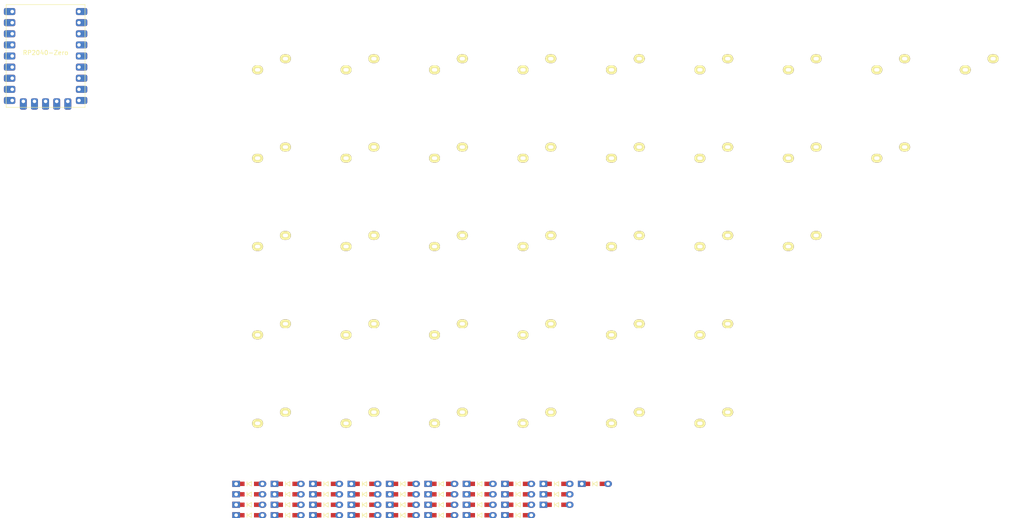
<source format=kicad_pcb>
(kicad_pcb (version 20211014) (generator pcbnew)
  (title_block (title "Amarilis Keyboard") (date "2023-03-17") (rev "1.0") (company "@tangzero"))
  (layers (0 "F.Cu" signal) (31 "B.Cu" signal) (34 "B.Paste" user) (35 "F.Paste" user) (36 "B.SilkS" user "B.Silkscreen") (37 "F.SilkS" user "F.Silkscreen") (38 "B.Mask" user) (39 "F.Mask" user) (44 "Edge.Cuts" user))
  (net 0 "")
  (net 1 "ROW0")
  (net 2 "Net-(SW1-Pad2)")
  (net 3 "Net-(D2-Pad2)")
  (net 4 "Net-(D3-Pad2)")
  (net 5 "Net-(D4-Pad2)")
  (net 6 "Net-(D5-Pad2)")
  (net 7 "Net-(D6-Pad2)")
  (net 8 "Net-(D7-Pad2)")
  (net 9 "Net-(D8-Pad2)")
  (net 10 "Net-(D9-Pad2)")
  (net 11 "Net-(D10-Pad2)")
  (net 12 "ROW1")
  (net 13 "Net-(D11-Pad2)")
  (net 14 "Net-(D12-Pad2)")
  (net 24 "Net-(D13-Pad2)")
  (net 25 "Net-(D14-Pad2)")
  (net 26 "Net-(D15-Pad2)")
  (net 27 "Net-(D16-Pad2)")
  (net 28 "Net-(D17-Pad2)")
  (net 29 "Net-(D18-Pad2)")
  (net 30 "Net-(D19-Pad2)")
  (net 31 "Net-(D20-Pad2)")
  (net 32 "ROW2")
  (net 33 "Net-(D21-Pad2)")
  (net 34 "Net-(D22-Pad2)")
  (net 35 "Net-(D23-Pad2)")
  (net 36 "Net-(D24-Pad2)")
  (net 37 "Net-(D25-Pad2)")
  (net 38 "Net-(D26-Pad2)")
  (net 39 "Net-(D27-Pad2)")
  (net 40 "Net-(D28-Pad2)")
  (net 41 "Net-(D29-Pad2)")
  (net 42 "Net-(D30-Pad2)")
  (net 43 "ROW3")
  (net 44 "Net-(D31-Pad2)")
  (net 45 "Net-(D32-Pad2)")
  (net 46 "Net-(D33-Pad2)")
  (net 47 "Net-(D34-Pad2)")
  (net 48 "Net-(D35-Pad2)")
  (net 49 "Net-(D36-Pad2)")
  (net 50 "COL0")
  (net 51 "COL1")
  (net 52 "COL2")
  (net 53 "COL3")
  (net 54 "COL4")
  (net 55 "COL5")
  (net 56 "COL6")
  (net 57 "COL7")
  (net 58 "COL8")
  (net 59 "COL9")
  (footprint "kbd:D3_TH" (layer "F.Cu") (at 133.71 70.47)
    (fp_text reference "D17" hide)
    (fp_text value "1N4148" hide)
    (pad "1" thru_hole rect locked (at -3 0) (size 1.778 1.397) (drill 0.8128) (layers *.Cu "B.Mask") (net 12 "ROW1"))
    (pad "1" smd rect locked (at -1.775 0 180) (size 1.4 1) (layers "F.Cu" "F.Paste" "F.Mask") (net 12 "ROW1"))
    (pad "2" smd rect locked (at 1.775 0 180) (size 1.4 1) (layers "F.Cu" "F.Paste" "F.Mask") (net 28 "Net-(D17-Pad2)"))
    (pad "2" thru_hole oval locked (at 3 0) (size 1.778 1.397) (drill 0.8128) (layers *.Cu "B.Mask") (net 28 "Net-(D17-Pad2)"))
  )
  (footprint "kbd:D3_TH" (layer "F.Cu") (at 142.48 75.25)
    (fp_text reference "D30" hide)
    (fp_text value "1N4148" hide)
    (pad "1" thru_hole rect locked (at -3 0) (size 1.778 1.397) (drill 0.8128) (layers *.Cu "B.Mask") (net 32 "ROW2"))
    (pad "1" smd rect locked (at -1.775 0 180) (size 1.4 1) (layers "F.Cu" "F.Paste" "F.Mask") (net 32 "ROW2"))
    (pad "2" thru_hole oval locked (at 3 0) (size 1.778 1.397) (drill 0.8128) (layers *.Cu "B.Mask") (net 42 "Net-(D30-Pad2)"))
    (pad "2" smd rect locked (at 1.775 0 180) (size 1.4 1) (layers "F.Cu" "F.Paste" "F.Mask") (net 42 "Net-(D30-Pad2)"))
  )
  (footprint "kbd:D3_TH" (layer "F.Cu") (at 151.25 77.64)
    (fp_text reference "D10" hide)
    (fp_text value "1N4148" hide)
    (pad "1" smd rect locked (at -1.775 0 180) (size 1.4 1) (layers "F.Cu" "F.Paste" "F.Mask") (net 1 "ROW0"))
    (pad "1" thru_hole rect locked (at -3 0) (size 1.778 1.397) (drill 0.8128) (layers *.Cu "B.Mask") (net 1 "ROW0"))
    (pad "2" thru_hole oval locked (at 3 0) (size 1.778 1.397) (drill 0.8128) (layers *.Cu "B.Mask") (net 11 "Net-(D10-Pad2)"))
    (pad "2" smd rect locked (at 1.775 0 180) (size 1.4 1) (layers "F.Cu" "F.Paste" "F.Mask") (net 11 "Net-(D10-Pad2)"))
  )
  (footprint "kbd:CherryMX_1u" (layer "F.Cu") (at 139.421 18.7715)
    (fp_text reference "SW11" hide)
    (fp_text value "SW_PUSH" hide)
    (pad "" np_thru_hole circle locked (at 5.08 0 90) (size 1.9 1.9) (drill 1.9) (layers *.Cu *.Mask))
    (pad "" np_thru_hole circle locked (at -5.08 0 90) (size 1.9 1.9) (drill 1.9) (layers *.Cu *.Mask))
    (pad "" np_thru_hole circle locked (at 0 0 90) (size 4 4) (drill 4) (layers *.Cu *.Mask))
    (pad "1" thru_hole oval locked (at -3.81 -2.54) (size 2.5 2) (drill oval 1.2 0.8) (layers *.Cu "F.SilkS" "B.Mask") (net 50 "COL0"))
    (pad "2" thru_hole oval locked (at 2.54 -5.08) (size 2.5 2) (drill oval 1.2 0.8) (layers *.Cu "F.SilkS" "B.Mask") (net 13 "Net-(D11-Pad2)"))
  )
  (footprint "kbd:CherryMX_1u" (layer "F.Cu") (at 139.421 59.1715)
    (fp_text reference "SW33" hide)
    (fp_text value "SW_PUSH" hide)
    (pad "" np_thru_hole circle locked (at 5.08 0 90) (size 1.9 1.9) (drill 1.9) (layers *.Cu *.Mask))
    (pad "" np_thru_hole circle locked (at 0 0 90) (size 4 4) (drill 4) (layers *.Cu *.Mask))
    (pad "" np_thru_hole circle locked (at -5.08 0 90) (size 1.9 1.9) (drill 1.9) (layers *.Cu *.Mask))
    (pad "1" thru_hole oval locked (at -3.81 -2.54) (size 2.5 2) (drill oval 1.2 0.8) (layers *.Cu "F.SilkS" "B.Mask") (net 54 "COL4"))
    (pad "2" thru_hole oval locked (at 2.54 -5.08) (size 2.5 2) (drill oval 1.2 0.8) (layers *.Cu "F.SilkS" "B.Mask") (net 46 "Net-(D33-Pad2)"))
  )
  (footprint "kbd:CherryMX_1u" (layer "F.Cu") (at 139.421 -1.4285)
    (fp_text reference "SW24" hide)
    (fp_text value "SW_PUSH" hide)
    (pad "" np_thru_hole circle locked (at -5.08 0 90) (size 1.9 1.9) (drill 1.9) (layers *.Cu *.Mask))
    (pad "" np_thru_hole circle locked (at 0 0 90) (size 4 4) (drill 4) (layers *.Cu *.Mask))
    (pad "" np_thru_hole circle locked (at 5.08 0 90) (size 1.9 1.9) (drill 1.9) (layers *.Cu *.Mask))
    (pad "1" thru_hole oval locked (at -3.81 -2.54) (size 2.5 2) (drill oval 1.2 0.8) (layers *.Cu "F.SilkS" "B.Mask") (net 53 "COL3"))
    (pad "2" thru_hole oval locked (at 2.54 -5.08) (size 2.5 2) (drill oval 1.2 0.8) (layers *.Cu "F.SilkS" "B.Mask") (net 36 "Net-(D24-Pad2)"))
  )
  (footprint "kbd:D3_TH" (layer "F.Cu") (at 133.71 77.64)
    (fp_text reference "D12" hide)
    (fp_text value "1N4148" hide)
    (pad "1" smd rect locked (at -1.775 0 180) (size 1.4 1) (layers "F.Cu" "F.Paste" "F.Mask") (net 12 "ROW1"))
    (pad "1" thru_hole rect locked (at -3 0) (size 1.778 1.397) (drill 0.8128) (layers *.Cu "B.Mask") (net 12 "ROW1"))
    (pad "2" thru_hole oval locked (at 3 0) (size 1.778 1.397) (drill 0.8128) (layers *.Cu "B.Mask") (net 14 "Net-(D12-Pad2)"))
    (pad "2" smd rect locked (at 1.775 0 180) (size 1.4 1) (layers "F.Cu" "F.Paste" "F.Mask") (net 14 "Net-(D12-Pad2)"))
  )
  (footprint "kbd:CherryMX_1u" (layer "F.Cu") (at 139.421 38.9715)
    (fp_text reference "SW12" hide)
    (fp_text value "SW_PUSH" hide)
    (pad "" np_thru_hole circle locked (at 5.08 0 90) (size 1.9 1.9) (drill 1.9) (layers *.Cu *.Mask))
    (pad "" np_thru_hole circle locked (at -5.08 0 90) (size 1.9 1.9) (drill 1.9) (layers *.Cu *.Mask))
    (pad "" np_thru_hole circle locked (at 0 0 90) (size 4 4) (drill 4) (layers *.Cu *.Mask))
    (pad "1" thru_hole oval locked (at -3.81 -2.54) (size 2.5 2) (drill oval 1.2 0.8) (layers *.Cu "F.SilkS" "B.Mask") (net 51 "COL1"))
    (pad "2" thru_hole oval locked (at 2.54 -5.08) (size 2.5 2) (drill oval 1.2 0.8) (layers *.Cu "F.SilkS" "B.Mask") (net 14 "Net-(D12-Pad2)"))
  )
  (footprint "kbd:D3_TH" (layer "F.Cu") (at 186.33 72.86)
    (fp_text reference "D35" hide)
    (fp_text value "1N4148" hide)
    (pad "1" thru_hole rect locked (at -3 0) (size 1.778 1.397) (drill 0.8128) (layers *.Cu "B.Mask") (net 43 "ROW3"))
    (pad "1" smd rect locked (at -1.775 0 180) (size 1.4 1) (layers "F.Cu" "F.Paste" "F.Mask") (net 43 "ROW3"))
    (pad "2" thru_hole oval locked (at 3 0) (size 1.778 1.397) (drill 0.8128) (layers *.Cu "B.Mask") (net 48 "Net-(D35-Pad2)"))
    (pad "2" smd rect locked (at 1.775 0 180) (size 1.4 1) (layers "F.Cu" "F.Paste" "F.Mask") (net 48 "Net-(D35-Pad2)"))
  )
  (footprint "kbd:D3_TH" (layer "F.Cu") (at 186.33 77.64)
    (fp_text reference "D7" hide)
    (fp_text value "1N4148" hide)
    (pad "1" smd rect locked (at -1.775 0 180) (size 1.4 1) (layers "F.Cu" "F.Paste" "F.Mask") (net 1 "ROW0"))
    (pad "1" thru_hole rect locked (at -3 0) (size 1.778 1.397) (drill 0.8128) (layers *.Cu "B.Mask") (net 1 "ROW0"))
    (pad "2" smd rect locked (at 1.775 0 180) (size 1.4 1) (layers "F.Cu" "F.Paste" "F.Mask") (net 8 "Net-(D7-Pad2)"))
    (pad "2" thru_hole oval locked (at 3 0) (size 1.778 1.397) (drill 0.8128) (layers *.Cu "B.Mask") (net 8 "Net-(D7-Pad2)"))
  )
  (footprint "kbd:D3_TH" (layer "F.Cu") (at 133.71 75.25)
    (fp_text reference "D26" hide)
    (fp_text value "1N4148" hide)
    (pad "1" thru_hole rect locked (at -3 0) (size 1.778 1.397) (drill 0.8128) (layers *.Cu "B.Mask") (net 32 "ROW2"))
    (pad "1" smd rect locked (at -1.775 0 180) (size 1.4 1) (layers "F.Cu" "F.Paste" "F.Mask") (net 32 "ROW2"))
    (pad "2" thru_hole oval locked (at 3 0) (size 1.778 1.397) (drill 0.8128) (layers *.Cu "B.Mask") (net 38 "Net-(D26-Pad2)"))
    (pad "2" smd rect locked (at 1.775 0 180) (size 1.4 1) (layers "F.Cu" "F.Paste" "F.Mask") (net 38 "Net-(D26-Pad2)"))
  )
  (footprint "kbd:D3_TH" (layer "F.Cu") (at 186.33 70.47)
    (fp_text reference "D13" hide)
    (fp_text value "1N4148" hide)
    (pad "1" thru_hole rect locked (at -3 0) (size 1.778 1.397) (drill 0.8128) (layers *.Cu "B.Mask") (net 12 "ROW1"))
    (pad "1" smd rect locked (at -1.775 0 180) (size 1.4 1) (layers "F.Cu" "F.Paste" "F.Mask") (net 12 "ROW1"))
    (pad "2" thru_hole oval locked (at 3 0) (size 1.778 1.397) (drill 0.8128) (layers *.Cu "B.Mask") (net 24 "Net-(D13-Pad2)"))
    (pad "2" smd rect locked (at 1.775 0 180) (size 1.4 1) (layers "F.Cu" "F.Paste" "F.Mask") (net 24 "Net-(D13-Pad2)"))
  )
  (footprint "kbd:CherryMX_1u" (layer "F.Cu") (at 159.621 59.1715)
    (fp_text reference "SW25" hide)
    (fp_text value "SW_PUSH" hide)
    (pad "" np_thru_hole circle locked (at 5.08 0 90) (size 1.9 1.9) (drill 1.9) (layers *.Cu *.Mask))
    (pad "" np_thru_hole circle locked (at 0 0 90) (size 4 4) (drill 4) (layers *.Cu *.Mask))
    (pad "" np_thru_hole circle locked (at -5.08 0 90) (size 1.9 1.9) (drill 1.9) (layers *.Cu *.Mask))
    (pad "1" thru_hole oval locked (at -3.81 -2.54) (size 2.5 2) (drill oval 1.2 0.8) (layers *.Cu "F.SilkS" "B.Mask") (net 54 "COL4"))
    (pad "2" thru_hole oval locked (at 2.54 -5.08) (size 2.5 2) (drill oval 1.2 0.8) (layers *.Cu "F.SilkS" "B.Mask") (net 37 "Net-(D25-Pad2)"))
  )
  (footprint "kbd:D3_TH" (layer "F.Cu") (at 177.56 77.64)
    (fp_text reference "D29" hide)
    (fp_text value "1N4148" hide)
    (pad "1" thru_hole rect locked (at -3 0) (size 1.778 1.397) (drill 0.8128) (layers *.Cu "B.Mask") (net 32 "ROW2"))
    (pad "1" smd rect locked (at -1.775 0 180) (size 1.4 1) (layers "F.Cu" "F.Paste" "F.Mask") (net 32 "ROW2"))
    (pad "2" smd rect locked (at 1.775 0 180) (size 1.4 1) (layers "F.Cu" "F.Paste" "F.Mask") (net 41 "Net-(D29-Pad2)"))
    (pad "2" thru_hole oval locked (at 3 0) (size 1.778 1.397) (drill 0.8128) (layers *.Cu "B.Mask") (net 41 "Net-(D29-Pad2)"))
  )
  (footprint "kbd:CherryMX_1u" (layer "F.Cu") (at 240.421 38.9715)
    (fp_text reference "SW9" hide)
    (fp_text value "SW_PUSH" hide)
    (pad "" np_thru_hole circle locked (at 0 0 90) (size 4 4) (drill 4) (layers *.Cu *.Mask))
    (pad "" np_thru_hole circle locked (at -5.08 0 90) (size 1.9 1.9) (drill 1.9) (layers *.Cu *.Mask))
    (pad "" np_thru_hole circle locked (at 5.08 0 90) (size 1.9 1.9) (drill 1.9) (layers *.Cu *.Mask))
    (pad "1" thru_hole oval locked (at -3.81 -2.54) (size 2.5 2) (drill oval 1.2 0.8) (layers *.Cu "F.SilkS" "B.Mask") (net 58 "COL8"))
    (pad "2" thru_hole oval locked (at 2.54 -5.08) (size 2.5 2) (drill oval 1.2 0.8) (layers *.Cu "F.SilkS" "B.Mask") (net 10 "Net-(D9-Pad2)"))
  )
  (footprint "kbd:D3_TH" (layer "F.Cu") (at 203.87 72.86)
    (fp_text reference "D6" hide)
    (fp_text value "1N4148" hide)
    (pad "1" smd rect locked (at -1.775 0 180) (size 1.4 1) (layers "F.Cu" "F.Paste" "F.Mask") (net 1 "ROW0"))
    (pad "1" thru_hole rect locked (at -3 0) (size 1.778 1.397) (drill 0.8128) (layers *.Cu "B.Mask") (net 1 "ROW0"))
    (pad "2" smd rect locked (at 1.775 0 180) (size 1.4 1) (layers "F.Cu" "F.Paste" "F.Mask") (net 7 "Net-(D6-Pad2)"))
    (pad "2" thru_hole oval locked (at 3 0) (size 1.778 1.397) (drill 0.8128) (layers *.Cu "B.Mask") (net 7 "Net-(D6-Pad2)"))
  )
  (footprint "kbd:CherryMX_1u" (layer "F.Cu") (at 200.021 -1.4285)
    (fp_text reference "SW29" hide)
    (fp_text value "SW_PUSH" hide)
    (pad "" np_thru_hole circle locked (at 0 0 90) (size 4 4) (drill 4) (layers *.Cu *.Mask))
    (pad "" np_thru_hole circle locked (at 5.08 0 90) (size 1.9 1.9) (drill 1.9) (layers *.Cu *.Mask))
    (pad "" np_thru_hole circle locked (at -5.08 0 90) (size 1.9 1.9) (drill 1.9) (layers *.Cu *.Mask))
    (pad "1" thru_hole oval locked (at -3.81 -2.54) (size 2.5 2) (drill oval 1.2 0.8) (layers *.Cu "F.SilkS" "B.Mask") (net 58 "COL8"))
    (pad "2" thru_hole oval locked (at 2.54 -5.08) (size 2.5 2) (drill oval 1.2 0.8) (layers *.Cu "F.SilkS" "B.Mask") (net 41 "Net-(D29-Pad2)"))
  )
  (footprint "kbd:CherryMX_1u" (layer "F.Cu") (at 240.421 18.7715)
    (fp_text reference "SW34" hide)
    (fp_text value "SW_PUSH" hide)
    (pad "" np_thru_hole circle locked (at 0 0 90) (size 4 4) (drill 4) (layers *.Cu *.Mask))
    (pad "" np_thru_hole circle locked (at 5.08 0 90) (size 1.9 1.9) (drill 1.9) (layers *.Cu *.Mask))
    (pad "" np_thru_hole circle locked (at -5.08 0 90) (size 1.9 1.9) (drill 1.9) (layers *.Cu *.Mask))
    (pad "1" thru_hole oval locked (at -3.81 -2.54) (size 2.5 2) (drill oval 1.2 0.8) (layers *.Cu "F.SilkS" "B.Mask") (net 55 "COL5"))
    (pad "2" thru_hole oval locked (at 2.54 -5.08) (size 2.5 2) (drill oval 1.2 0.8) (layers *.Cu "F.SilkS" "B.Mask") (net 47 "Net-(D34-Pad2)"))
  )
  (footprint "kbd:CherryMX_1u" (layer "F.Cu") (at 220.221 38.9715)
    (fp_text reference "SW28" hide)
    (fp_text value "SW_PUSH" hide)
    (pad "" np_thru_hole circle locked (at 5.08 0 90) (size 1.9 1.9) (drill 1.9) (layers *.Cu *.Mask))
    (pad "" np_thru_hole circle locked (at -5.08 0 90) (size 1.9 1.9) (drill 1.9) (layers *.Cu *.Mask))
    (pad "" np_thru_hole circle locked (at 0 0 90) (size 4 4) (drill 4) (layers *.Cu *.Mask))
    (pad "1" thru_hole oval locked (at -3.81 -2.54) (size 2.5 2) (drill oval 1.2 0.8) (layers *.Cu "F.SilkS" "B.Mask") (net 57 "COL7"))
    (pad "2" thru_hole oval locked (at 2.54 -5.08) (size 2.5 2) (drill oval 1.2 0.8) (layers *.Cu "F.SilkS" "B.Mask") (net 40 "Net-(D28-Pad2)"))
  )
  (footprint "kbd:D3_TH" (layer "F.Cu") (at 177.56 75.25)
    (fp_text reference "D16" hide)
    (fp_text value "1N4148" hide)
    (pad "1" smd rect locked (at -1.775 0 180) (size 1.4 1) (layers "F.Cu" "F.Paste" "F.Mask") (net 12 "ROW1"))
    (pad "1" thru_hole rect locked (at -3 0) (size 1.778 1.397) (drill 0.8128) (layers *.Cu "B.Mask") (net 12 "ROW1"))
    (pad "2" smd rect locked (at 1.775 0 180) (size 1.4 1) (layers "F.Cu" "F.Paste" "F.Mask") (net 27 "Net-(D16-Pad2)"))
    (pad "2" thru_hole oval locked (at 3 0) (size 1.778 1.397) (drill 0.8128) (layers *.Cu "B.Mask") (net 27 "Net-(D16-Pad2)"))
  )
  (footprint "kbd:CherryMX_1u" (layer "F.Cu") (at 179.821 59.1715)
    (fp_text reference "SW22" hide)
    (fp_text value "SW_PUSH" hide)
    (pad "" np_thru_hole circle locked (at 5.08 0 90) (size 1.9 1.9) (drill 1.9) (layers *.Cu *.Mask))
    (pad "" np_thru_hole circle locked (at 0 0 90) (size 4 4) (drill 4) (layers *.Cu *.Mask))
    (pad "" np_thru_hole circle locked (at -5.08 0 90) (size 1.9 1.9) (drill 1.9) (layers *.Cu *.Mask))
    (pad "1" thru_hole oval locked (at -3.81 -2.54) (size 2.5 2) (drill oval 1.2 0.8) (layers *.Cu "F.SilkS" "B.Mask") (net 51 "COL1"))
    (pad "2" thru_hole oval locked (at 2.54 -5.08) (size 2.5 2) (drill oval 1.2 0.8) (layers *.Cu "F.SilkS" "B.Mask") (net 34 "Net-(D22-Pad2)"))
  )
  (footprint "kbd:CherryMX_1u" (layer "F.Cu") (at 220.221 -1.4285)
    (fp_text reference "SW30" hide)
    (fp_text value "SW_PUSH" hide)
    (pad "" np_thru_hole circle locked (at 5.08 0 90) (size 1.9 1.9) (drill 1.9) (layers *.Cu *.Mask))
    (pad "" np_thru_hole circle locked (at -5.08 0 90) (size 1.9 1.9) (drill 1.9) (layers *.Cu *.Mask))
    (pad "" np_thru_hole circle locked (at 0 0 90) (size 4 4) (drill 4) (layers *.Cu *.Mask))
    (pad "1" thru_hole oval locked (at -3.81 -2.54) (size 2.5 2) (drill oval 1.2 0.8) (layers *.Cu "F.SilkS" "B.Mask") (net 59 "COL9"))
    (pad "2" thru_hole oval locked (at 2.54 -5.08) (size 2.5 2) (drill oval 1.2 0.8) (layers *.Cu "F.SilkS" "B.Mask") (net 42 "Net-(D30-Pad2)"))
  )
  (footprint "kbd:CherryMX_1u" (layer "F.Cu") (at 220.221 59.1715)
    (fp_text reference "SW13" hide)
    (fp_text value "SW_PUSH" hide)
    (pad "" np_thru_hole circle locked (at 5.08 0 90) (size 1.9 1.9) (drill 1.9) (layers *.Cu *.Mask))
    (pad "" np_thru_hole circle locked (at 0 0 90) (size 4 4) (drill 4) (layers *.Cu *.Mask))
    (pad "" np_thru_hole circle locked (at -5.08 0 90) (size 1.9 1.9) (drill 1.9) (layers *.Cu *.Mask))
    (pad "1" thru_hole oval locked (at -3.81 -2.54) (size 2.5 2) (drill oval 1.2 0.8) (layers *.Cu "F.SilkS" "B.Mask") (net 52 "COL2"))
    (pad "2" thru_hole oval locked (at 2.54 -5.08) (size 2.5 2) (drill oval 1.2 0.8) (layers *.Cu "F.SilkS" "B.Mask") (net 24 "Net-(D13-Pad2)"))
  )
  (footprint "RP2040-Zero-Kicad:RP2040-Zero" (layer "F.Cu") (at 77.035 -14.625)
    (fp_text reference "RZ1")
    (fp_text value "RP2040-Zero" (at 10.16 -13.45 unlocked) (layer "F.SilkS"))
    (pad "1" thru_hole roundrect (at 17.78 -22.86) (size 2.6 1.6) (drill 0.8 (offset 0.6 0)) (layers *.Cu *.Mask) (net 50 "COL0"))
    (pad "2" thru_hole roundrect (at 17.78 -20.32) (size 2.6 1.6) (drill 0.8 (offset 0.6 0)) (layers *.Cu *.Mask) (net 51 "COL1"))
    (pad "3" thru_hole roundrect (at 17.78 -17.78) (size 2.6 1.6) (drill 0.8 (offset 0.6 0)) (layers *.Cu *.Mask) (net 52 "COL2"))
    (pad "4" thru_hole roundrect (at 17.78 -15.24) (size 2.6 1.6) (drill 0.8 (offset 0.6 0)) (layers *.Cu *.Mask) (net 53 "COL3"))
    (pad "5" thru_hole roundrect (at 17.78 -12.7) (size 2.6 1.6) (drill 0.8 (offset 0.6 0)) (layers *.Cu *.Mask) (net 54 "COL4"))
    (pad "6" thru_hole roundrect (at 17.78 -10.16) (size 2.6 1.6002) (drill 0.8 (offset 0.6 0)) (layers *.Cu *.Mask) (net 55 "COL5"))
    (pad "7" thru_hole roundrect (at 17.78 -7.62) (size 2.6 1.6002) (drill 0.8 (offset 0.6 0)) (layers *.Cu *.Mask) (net 56 "COL6"))
    (pad "8" thru_hole roundrect (at 17.78 -5.08) (size 2.6 1.6002) (drill 0.8 (offset 0.6 0)) (layers *.Cu *.Mask) (net 57 "COL7"))
    (pad "9" thru_hole roundrect (at 17.78 -2.54) (size 2.6 1.6002) (drill 0.8 (offset 0.6 0)) (layers *.Cu *.Mask) (net 58 "COL8"))
    (pad "10" thru_hole roundrect (at 15.24 -2.33) (size 1.6 2.6) (drill 0.8 (offset 0 0.6)) (layers *.Cu *.Mask) (net 59 "COL9"))
    (pad "11" thru_hole roundrect (at 12.7 -2.33) (size 1.5748 2.6) (drill 0.8 (offset 0 0.6)) (layers *.Cu *.Mask) (net 1 "ROW0"))
    (pad "12" thru_hole roundrect (at 10.16 -2.33) (size 1.5748 2.6) (drill 0.8 (offset 0 0.6)) (layers *.Cu *.Mask) (net 12 "ROW1"))
    (pad "13" thru_hole roundrect (at 7.62 -2.33) (size 1.5748 2.6) (drill 0.8 (offset 0 0.6)) (layers *.Cu *.Mask) (net 32 "ROW2"))
    (pad "14" thru_hole roundrect (at 5.08 -2.33) (size 1.5748 2.6) (drill 0.8 (offset 0 0.6)) (layers *.Cu *.Mask) (net 43 "ROW3"))
    (pad "15" thru_hole roundrect (at 2.54 -2.54) (size 2.6 1.6002) (drill 0.8 (offset -0.6 0)) (layers *.Cu *.Mask))
    (pad "16" thru_hole roundrect (at 2.54 -5.08) (size 2.6 1.6002) (drill 0.8 (offset -0.6 0)) (layers *.Cu *.Mask))
    (pad "17" thru_hole roundrect (at 2.54 -7.62) (size 2.6 1.6002) (drill 0.8 (offset -0.6 0)) (layers *.Cu *.Mask))
    (pad "18" thru_hole roundrect (at 2.54 -10.16) (size 2.6 1.6002) (drill 0.8 (offset -0.6 0)) (layers *.Cu *.Mask))
    (pad "19" thru_hole roundrect (at 2.54 -22.86) (size 2.6 1.6002) (drill 0.8 (offset -0.6 0)) (layers *.Cu *.Mask))
    (pad "20" thru_hole roundrect (at 2.54 -20.32) (size 2.6 1.6002) (drill 0.8 (offset -0.6 0)) (layers *.Cu *.Mask))
    (pad "21" thru_hole roundrect (at 2.54 -17.78) (size 2.6 1.6002) (drill 0.8 (offset -0.6 0)) (layers *.Cu *.Mask))
    (pad "22" thru_hole roundrect (at 2.54 -12.7) (size 2.6 1.6002) (drill 0.8 (offset -0.6 0)) (layers *.Cu *.Mask))
    (pad "23" thru_hole roundrect (at 2.54 -15.24) (size 2.6 1.6002) (drill 0.8 (offset -0.6 0)) (layers *.Cu *.Mask))
  )
  (footprint "kbd:CherryMX_1u" (layer "F.Cu") (at 260.621 18.7715)
    (fp_text reference "SW32" hide)
    (fp_text value "SW_PUSH" hide)
    (pad "" np_thru_hole circle locked (at -5.08 0 90) (size 1.9 1.9) (drill 1.9) (layers *.Cu *.Mask))
    (pad "" np_thru_hole circle locked (at 0 0 90) (size 4 4) (drill 4) (layers *.Cu *.Mask))
    (pad "" np_thru_hole circle locked (at 5.08 0 90) (size 1.9 1.9) (drill 1.9) (layers *.Cu *.Mask))
    (pad "1" thru_hole oval locked (at -3.81 -2.54) (size 2.5 2) (drill oval 1.2 0.8) (layers *.Cu "F.SilkS" "B.Mask") (net 53 "COL3"))
    (pad "2" thru_hole oval locked (at 2.54 -5.08) (size 2.5 2) (drill oval 1.2 0.8) (layers *.Cu "F.SilkS" "B.Mask") (net 45 "Net-(D32-Pad2)"))
  )
  (footprint "kbd:D3_TH" (layer "F.Cu") (at 168.79 70.47)
    (fp_text reference "D2" hide)
    (fp_text value "1N4148" hide)
    (pad "1" smd rect locked (at -1.775 0 180) (size 1.4 1) (layers "F.Cu" "F.Paste" "F.Mask") (net 1 "ROW0"))
    (pad "1" thru_hole rect locked (at -3 0) (size 1.778 1.397) (drill 0.8128) (layers *.Cu "B.Mask") (net 1 "ROW0"))
    (pad "2" thru_hole oval locked (at 3 0) (size 1.778 1.397) (drill 0.8128) (layers *.Cu "B.Mask") (net 3 "Net-(D2-Pad2)"))
    (pad "2" smd rect locked (at 1.775 0 180) (size 1.4 1) (layers "F.Cu" "F.Paste" "F.Mask") (net 3 "Net-(D2-Pad2)"))
  )
  (footprint "kbd:D3_TH" (layer "F.Cu") (at 177.56 72.86)
    (fp_text reference "D19" hide)
    (fp_text value "1N4148" hide)
    (pad "1" thru_hole rect locked (at -3 0) (size 1.778 1.397) (drill 0.8128) (layers *.Cu "B.Mask") (net 12 "ROW1"))
    (pad "1" smd rect locked (at -1.775 0 180) (size 1.4 1) (layers "F.Cu" "F.Paste" "F.Mask") (net 12 "ROW1"))
    (pad "2" smd rect locked (at 1.775 0 180) (size 1.4 1) (layers "F.Cu" "F.Paste" "F.Mask") (net 30 "Net-(D19-Pad2)"))
    (pad "2" thru_hole oval locked (at 3 0) (size 1.778 1.397) (drill 0.8128) (layers *.Cu "B.Mask") (net 30 "Net-(D19-Pad2)"))
  )
  (footprint "kbd:CherryMX_1u" (layer "F.Cu") (at 220.221 -21.6285)
    (fp_text reference "SW20" hide)
    (fp_text value "SW_PUSH" hide)
    (pad "" np_thru_hole circle locked (at 5.08 0 90) (size 1.9 1.9) (drill 1.9) (layers *.Cu *.Mask))
    (pad "" np_thru_hole circle locked (at 0 0 90) (size 4 4) (drill 4) (layers *.Cu *.Mask))
    (pad "" np_thru_hole circle locked (at -5.08 0 90) (size 1.9 1.9) (drill 1.9) (layers *.Cu *.Mask))
    (pad "1" thru_hole oval locked (at -3.81 -2.54) (size 2.5 2) (drill oval 1.2 0.8) (layers *.Cu "F.SilkS" "B.Mask") (net 59 "COL9"))
    (pad "2" thru_hole oval locked (at 2.54 -5.08) (size 2.5 2) (drill oval 1.2 0.8) (layers *.Cu "F.SilkS" "B.Mask") (net 31 "Net-(D20-Pad2)"))
  )
  (footprint "kbd:D3_TH" (layer "F.Cu") (at 203.87 75.25)
    (fp_text reference "D14" hide)
    (fp_text value "1N4148" hide)
    (pad "1" smd rect locked (at -1.775 0 180) (size 1.4 1) (layers "F.Cu" "F.Paste" "F.Mask") (net 12 "ROW1"))
    (pad "1" thru_hole rect locked (at -3 0) (size 1.778 1.397) (drill 0.8128) (layers *.Cu "B.Mask") (net 12 "ROW1"))
    (pad "2" thru_hole oval locked (at 3 0) (size 1.778 1.397) (drill 0.8128) (layers *.Cu "B.Mask") (net 25 "Net-(D14-Pad2)"))
    (pad "2" smd rect locked (at 1.775 0 180) (size 1.4 1) (layers "F.Cu" "F.Paste" "F.Mask") (net 25 "Net-(D14-Pad2)"))
  )
  (footprint "kbd:D3_TH" (layer "F.Cu") (at 160.02 77.64)
    (fp_text reference "D18" hide)
    (fp_text value "1N4148" hide)
    (pad "1" smd rect locked (at -1.775 0 180) (size 1.4 1) (layers "F.Cu" "F.Paste" "F.Mask") (net 12 "ROW1"))
    (pad "1" thru_hole rect locked (at -3 0) (size 1.778 1.397) (drill 0.8128) (layers *.Cu "B.Mask") (net 12 "ROW1"))
    (pad "2" smd rect locked (at 1.775 0 180) (size 1.4 1) (layers "F.Cu" "F.Paste" "F.Mask") (net 29 "Net-(D18-Pad2)"))
    (pad "2" thru_hole oval locked (at 3 0) (size 1.778 1.397) (drill 0.8128) (layers *.Cu "B.Mask") (net 29 "Net-(D18-Pad2)"))
  )
  (footprint "kbd:CherryMX_1u" (layer "F.Cu") (at 200.021 38.9715)
    (fp_text reference "SW7" hide)
    (fp_text value "SW_PUSH" hide)
    (pad "" np_thru_hole circle locked (at -5.08 0 90) (size 1.9 1.9) (drill 1.9) (layers *.Cu *.Mask))
    (pad "" np_thru_hole circle locked (at 5.08 0 90) (size 1.9 1.9) (drill 1.9) (layers *.Cu *.Mask))
    (pad "" np_thru_hole circle locked (at 0 0 90) (size 4 4) (drill 4) (layers *.Cu *.Mask))
    (pad "1" thru_hole oval locked (at -3.81 -2.54) (size 2.5 2) (drill oval 1.2 0.8) (layers *.Cu "F.SilkS" "B.Mask") (net 56 "COL6"))
    (pad "2" thru_hole oval locked (at 2.54 -5.08) (size 2.5 2) (drill oval 1.2 0.8) (layers *.Cu "F.SilkS" "B.Mask") (net 8 "Net-(D7-Pad2)"))
  )
  (footprint "kbd:CherryMX_1u" (layer "F.Cu") (at 240.421 -21.6285)
    (fp_text reference "SW4" hide)
    (fp_text value "SW_PUSH" hide)
    (pad "" np_thru_hole circle locked (at 0 0 90) (size 4 4) (drill 4) (layers *.Cu *.Mask))
    (pad "" np_thru_hole circle locked (at -5.08 0 90) (size 1.9 1.9) (drill 1.9) (layers *.Cu *.Mask))
    (pad "" np_thru_hole circle locked (at 5.08 0 90) (size 1.9 1.9) (drill 1.9) (layers *.Cu *.Mask))
    (pad "1" thru_hole oval locked (at -3.81 -2.54) (size 2.5 2) (drill oval 1.2 0.8) (layers *.Cu "F.SilkS" "B.Mask") (net 53 "COL3"))
    (pad "2" thru_hole oval locked (at 2.54 -5.08) (size 2.5 2) (drill oval 1.2 0.8) (layers *.Cu "F.SilkS" "B.Mask") (net 5 "Net-(D4-Pad2)"))
  )
  (footprint "kbd:D3_TH" (layer "F.Cu") (at 160.02 75.25)
    (fp_text reference "D9" hide)
    (fp_text value "1N4148" hide)
    (pad "1" thru_hole rect locked (at -3 0) (size 1.778 1.397) (drill 0.8128) (layers *.Cu "B.Mask") (net 1 "ROW0"))
    (pad "1" smd rect locked (at -1.775 0 180) (size 1.4 1) (layers "F.Cu" "F.Paste" "F.Mask") (net 1 "ROW0"))
    (pad "2" smd rect locked (at 1.775 0 180) (size 1.4 1) (layers "F.Cu" "F.Paste" "F.Mask") (net 10 "Net-(D9-Pad2)"))
    (pad "2" thru_hole oval locked (at 3 0) (size 1.778 1.397) (drill 0.8128) (layers *.Cu "B.Mask") (net 10 "Net-(D9-Pad2)"))
  )
  (footprint "kbd:CherryMX_1u" (layer "F.Cu") (at 240.421 59.1715)
    (fp_text reference "SW3" hide)
    (fp_text value "SW_PUSH" hide)
    (pad "" np_thru_hole circle locked (at 5.08 0 90) (size 1.9 1.9) (drill 1.9) (layers *.Cu *.Mask))
    (pad "" np_thru_hole circle locked (at -5.08 0 90) (size 1.9 1.9) (drill 1.9) (layers *.Cu *.Mask))
    (pad "" np_thru_hole circle locked (at 0 0 90) (size 4 4) (drill 4) (layers *.Cu *.Mask))
    (pad "1" thru_hole oval locked (at -3.81 -2.54) (size 2.5 2) (drill oval 1.2 0.8) (layers *.Cu "F.SilkS" "B.Mask") (net 52 "COL2"))
    (pad "2" thru_hole oval locked (at 2.54 -5.08) (size 2.5 2) (drill oval 1.2 0.8) (layers *.Cu "F.SilkS" "B.Mask") (net 4 "Net-(D3-Pad2)"))
  )
  (footprint "kbd:CherryMX_1u" (layer "F.Cu") (at 159.621 -21.6285)
    (fp_text reference "SW15" hide)
    (fp_text value "SW_PUSH" hide)
    (pad "" np_thru_hole circle locked (at -5.08 0 90) (size 1.9 1.9) (drill 1.9) (layers *.Cu *.Mask))
    (pad "" np_thru_hole circle locked (at 5.08 0 90) (size 1.9 1.9) (drill 1.9) (layers *.Cu *.Mask))
    (pad "" np_thru_hole circle locked (at 0 0 90) (size 4 4) (drill 4) (layers *.Cu *.Mask))
    (pad "1" thru_hole oval locked (at -3.81 -2.54) (size 2.5 2) (drill oval 1.2 0.8) (layers *.Cu "F.SilkS" "B.Mask") (net 54 "COL4"))
    (pad "2" thru_hole oval locked (at 2.54 -5.08) (size 2.5 2) (drill oval 1.2 0.8) (layers *.Cu "F.SilkS" "B.Mask") (net 26 "Net-(D15-Pad2)"))
  )
  (footprint "kbd:D3_TH" (layer "F.Cu") (at 212.64 70.47)
    (fp_text reference "D22" hide)
    (fp_text value "1N4148" hide)
    (pad "1" smd rect locked (at -1.775 0 180) (size 1.4 1) (layers "F.Cu" "F.Paste" "F.Mask") (net 32 "ROW2"))
    (pad "1" thru_hole rect locked (at -3 0) (size 1.778 1.397) (drill 0.8128) (layers *.Cu "B.Mask") (net 32 "ROW2"))
    (pad "2" thru_hole oval locked (at 3 0) (size 1.778 1.397) (drill 0.8128) (layers *.Cu "B.Mask") (net 34 "Net-(D22-Pad2)"))
    (pad "2" smd rect locked (at 1.775 0 180) (size 1.4 1) (layers "F.Cu" "F.Paste" "F.Mask") (net 34 "Net-(D22-Pad2)"))
  )
  (footprint "kbd:CherryMX_1u" (layer "F.Cu") (at 139.421 -21.6285)
    (fp_text reference "SW2" hide)
    (fp_text value "SW_PUSH" hide)
    (pad "" np_thru_hole circle locked (at -5.08 0 90) (size 1.9 1.9) (drill 1.9) (layers *.Cu *.Mask))
    (pad "" np_thru_hole circle locked (at 5.08 0 90) (size 1.9 1.9) (drill 1.9) (layers *.Cu *.Mask))
    (pad "" np_thru_hole circle locked (at 0 0 90) (size 4 4) (drill 4) (layers *.Cu *.Mask))
    (pad "1" thru_hole oval locked (at -3.81 -2.54) (size 2.5 2) (drill oval 1.2 0.8) (layers *.Cu "F.SilkS" "B.Mask") (net 51 "COL1"))
    (pad "2" thru_hole oval locked (at 2.54 -5.08) (size 2.5 2) (drill oval 1.2 0.8) (layers *.Cu "F.SilkS" "B.Mask") (net 3 "Net-(D2-Pad2)"))
  )
  (footprint "kbd:D3_TH" (layer "F.Cu") (at 142.48 77.64)
    (fp_text reference "D8" hide)
    (fp_text value "1N4148" hide)
    (pad "1" thru_hole rect locked (at -3 0) (size 1.778 1.397) (drill 0.8128) (layers *.Cu "B.Mask") (net 1 "ROW0"))
    (pad "1" smd rect locked (at -1.775 0 180) (size 1.4 1) (layers "F.Cu" "F.Paste" "F.Mask") (net 1 "ROW0"))
    (pad "2" smd rect locked (at 1.775 0 180) (size 1.4 1) (layers "F.Cu" "F.Paste" "F.Mask") (net 9 "Net-(D8-Pad2)"))
    (pad "2" thru_hole oval locked (at 3 0) (size 1.778 1.397) (drill 0.8128) (layers *.Cu "B.Mask") (net 9 "Net-(D8-Pad2)"))
  )
  (footprint "kbd:CherryMX_1u" (layer "F.Cu") (at 220.221 18.7715)
    (fp_text reference "SW35" hide)
    (fp_text value "SW_PUSH" hide)
    (pad "" np_thru_hole circle locked (at 5.08 0 90) (size 1.9 1.9) (drill 1.9) (layers *.Cu *.Mask))
    (pad "" np_thru_hole circle locked (at 0 0 90) (size 4 4) (drill 4) (layers *.Cu *.Mask))
    (pad "" np_thru_hole circle locked (at -5.08 0 90) (size 1.9 1.9) (drill 1.9) (layers *.Cu *.Mask))
    (pad "1" thru_hole oval locked (at -3.81 -2.54) (size 2.5 2) (drill oval 1.2 0.8) (layers *.Cu "F.SilkS" "B.Mask") (net 56 "COL6"))
    (pad "2" thru_hole oval locked (at 2.54 -5.08) (size 2.5 2) (drill oval 1.2 0.8) (layers *.Cu "F.SilkS" "B.Mask") (net 48 "Net-(D35-Pad2)"))
  )
  (footprint "kbd:D3_TH" (layer "F.Cu") (at 186.33 75.25)
    (fp_text reference "D15" hide)
    (fp_text value "1N4148" hide)
    (pad "1" thru_hole rect locked (at -3 0) (size 1.778 1.397) (drill 0.8128) (layers *.Cu "B.Mask") (net 12 "ROW1"))
    (pad "1" smd rect locked (at -1.775 0 180) (size 1.4 1) (layers "F.Cu" "F.Paste" "F.Mask") (net 12 "ROW1"))
    (pad "2" smd rect locked (at 1.775 0 180) (size 1.4 1) (layers "F.Cu" "F.Paste" "F.Mask") (net 26 "Net-(D15-Pad2)"))
    (pad "2" thru_hole oval locked (at 3 0) (size 1.778 1.397) (drill 0.8128) (layers *.Cu "B.Mask") (net 26 "Net-(D15-Pad2)"))
  )
  (footprint "kbd:D3_TH" (layer "F.Cu") (at 195.1 75.25)
    (fp_text reference "D27" hide)
    (fp_text value "1N4148" hide)
    (pad "1" smd rect locked (at -1.775 0 180) (size 1.4 1) (layers "F.Cu" "F.Paste" "F.Mask") (net 32 "ROW2"))
    (pad "1" thru_hole rect locked (at -3 0) (size 1.778 1.397) (drill 0.8128) (layers *.Cu "B.Mask") (net 32 "ROW2"))
    (pad "2" thru_hole oval locked (at 3 0) (size 1.778 1.397) (drill 0.8128) (layers *.Cu "B.Mask") (net 39 "Net-(D27-Pad2)"))
    (pad "2" smd rect locked (at 1.775 0 180) (size 1.4 1) (layers "F.Cu" "F.Paste" "F.Mask") (net 39 "Net-(D27-Pad2)"))
  )
  (footprint "kbd:CherryMX_1u" (layer "F.Cu") (at 159.621 -1.4285)
    (fp_text reference "SW23" hide)
    (fp_text value "SW_PUSH" hide)
    (pad "" np_thru_hole circle locked (at -5.08 0 90) (size 1.9 1.9) (drill 1.9) (layers *.Cu *.Mask))
    (pad "" np_thru_hole circle locked (at 0 0 90) (size 4 4) (drill 4) (layers *.Cu *.Mask))
    (pad "" np_thru_hole circle locked (at 5.08 0 90) (size 1.9 1.9) (drill 1.9) (layers *.Cu *.Mask))
    (pad "1" thru_hole oval locked (at -3.81 -2.54) (size 2.5 2) (drill oval 1.2 0.8) (layers *.Cu "F.SilkS" "B.Mask") (net 52 "COL2"))
    (pad "2" thru_hole oval locked (at 2.54 -5.08) (size 2.5 2) (drill oval 1.2 0.8) (layers *.Cu "F.SilkS" "B.Mask") (net 35 "Net-(D23-Pad2)"))
  )
  (footprint "kbd:CherryMX_1u" (layer "F.Cu") (at 179.821 -1.4285)
    (fp_text reference "SW6" hide)
    (fp_text value "SW_PUSH" hide)
    (pad "" np_thru_hole circle locked (at -5.08 0 90) (size 1.9 1.9) (drill 1.9) (layers *.Cu *.Mask))
    (pad "" np_thru_hole circle locked (at 0 0 90) (size 4 4) (drill 4) (layers *.Cu *.Mask))
    (pad "" np_thru_hole circle locked (at 5.08 0 90) (size 1.9 1.9) (drill 1.9) (layers *.Cu *.Mask))
    (pad "1" thru_hole oval locked (at -3.81 -2.54) (size 2.5 2) (drill oval 1.2 0.8) (layers *.Cu "F.SilkS" "B.Mask") (net 55 "COL5"))
    (pad "2" thru_hole oval locked (at 2.54 -5.08) (size 2.5 2) (drill oval 1.2 0.8) (layers *.Cu "F.SilkS" "B.Mask") (net 7 "Net-(D6-Pad2)"))
  )
  (footprint "kbd:D3_TH" (layer "F.Cu") (at 195.1 72.86)
    (fp_text reference "D4" hide)
    (fp_text value "1N4148" hide)
    (pad "1" smd rect locked (at -1.775 0 180) (size 1.4 1) (layers "F.Cu" "F.Paste" "F.Mask") (net 1 "ROW0"))
    (pad "1" thru_hole rect locked (at -3 0) (size 1.778 1.397) (drill 0.8128) (layers *.Cu "B.Mask") (net 1 "ROW0"))
    (pad "2" smd rect locked (at 1.775 0 180) (size 1.4 1) (layers "F.Cu" "F.Paste" "F.Mask") (net 5 "Net-(D4-Pad2)"))
    (pad "2" thru_hole oval locked (at 3 0) (size 1.778 1.397) (drill 0.8128) (layers *.Cu "B.Mask") (net 5 "Net-(D4-Pad2)"))
  )
  (footprint "kbd:D3_TH" (layer "F.Cu") (at 151.25 70.47)
    (fp_text reference "D34" hide)
    (fp_text value "1N4148" hide)
    (pad "1" smd rect locked (at -1.775 0 180) (size 1.4 1) (layers "F.Cu" "F.Paste" "F.Mask") (net 43 "ROW3"))
    (pad "1" thru_hole rect locked (at -3 0) (size 1.778 1.397) (drill 0.8128) (layers *.Cu "B.Mask") (net 43 "ROW3"))
    (pad "2" thru_hole oval locked (at 3 0) (size 1.778 1.397) (drill 0.8128) (layers *.Cu "B.Mask") (net 47 "Net-(D34-Pad2)"))
    (pad "2" smd rect locked (at 1.775 0 180) (size 1.4 1) (layers "F.Cu" "F.Paste" "F.Mask") (net 47 "Net-(D34-Pad2)"))
  )
  (footprint "kbd:CherryMX_1u" (layer "F.Cu") (at 280.821 -21.6285)
    (fp_text reference "SW8" hide)
    (fp_text value "SW_PUSH" hide)
    (pad "" np_thru_hole circle locked (at 0 0 90) (size 4 4) (drill 4) (layers *.Cu *.Mask))
    (pad "" np_thru_hole circle locked (at 5.08 0 90) (size 1.9 1.9) (drill 1.9) (layers *.Cu *.Mask))
    (pad "" np_thru_hole circle locked (at -5.08 0 90) (size 1.9 1.9) (drill 1.9) (layers *.Cu *.Mask))
    (pad "1" thru_hole oval locked (at -3.81 -2.54) (size 2.5 2) (drill oval 1.2 0.8) (layers *.Cu "F.SilkS" "B.Mask") (net 57 "COL7"))
    (pad "2" thru_hole oval locked (at 2.54 -5.08) (size 2.5 2) (drill oval 1.2 0.8) (layers *.Cu "F.SilkS" "B.Mask") (net 9 "Net-(D8-Pad2)"))
  )
  (footprint "kbd:CherryMX_1u" (layer "F.Cu") (at 240.421 -1.4285)
    (fp_text reference "SW5" hide)
    (fp_text value "SW_PUSH" hide)
    (pad "" np_thru_hole circle locked (at 5.08 0 90) (size 1.9 1.9) (drill 1.9) (layers *.Cu *.Mask))
    (pad "" np_thru_hole circle locked (at 0 0 90) (size 4 4) (drill 4) (layers *.Cu *.Mask))
    (pad "" np_thru_hole circle locked (at -5.08 0 90) (size 1.9 1.9) (drill 1.9) (layers *.Cu *.Mask))
    (pad "1" thru_hole oval locked (at -3.81 -2.54) (size 2.5 2) (drill oval 1.2 0.8) (layers *.Cu "F.SilkS" "B.Mask") (net 54 "COL4"))
    (pad "2" thru_hole oval locked (at 2.54 -5.08) (size 2.5 2) (drill oval 1.2 0.8) (layers *.Cu "F.SilkS" "B.Mask") (net 6 "Net-(D5-Pad2)"))
  )
  (footprint "kbd:D3_TH" (layer "F.Cu") (at 142.48 70.47)
    (fp_text reference "D24" hide)
    (fp_text value "1N4148" hide)
    (pad "1" thru_hole rect locked (at -3 0) (size 1.778 1.397) (drill 0.8128) (layers *.Cu "B.Mask") (net 32 "ROW2"))
    (pad "1" smd rect locked (at -1.775 0 180) (size 1.4 1) (layers "F.Cu" "F.Paste" "F.Mask") (net 32 "ROW2"))
    (pad "2" smd rect locked (at 1.775 0 180) (size 1.4 1) (layers "F.Cu" "F.Paste" "F.Mask") (net 36 "Net-(D24-Pad2)"))
    (pad "2" thru_hole oval locked (at 3 0) (size 1.778 1.397) (drill 0.8128) (layers *.Cu "B.Mask") (net 36 "Net-(D24-Pad2)"))
  )
  (footprint "kbd:D3_TH" (layer "F.Cu") (at 168.79 72.86)
    (fp_text reference "D25" hide)
    (fp_text value "1N4148" hide)
    (pad "1" thru_hole rect locked (at -3 0) (size 1.778 1.397) (drill 0.8128) (layers *.Cu "B.Mask") (net 32 "ROW2"))
    (pad "1" smd rect locked (at -1.775 0 180) (size 1.4 1) (layers "F.Cu" "F.Paste" "F.Mask") (net 32 "ROW2"))
    (pad "2" thru_hole oval locked (at 3 0) (size 1.778 1.397) (drill 0.8128) (layers *.Cu "B.Mask") (net 37 "Net-(D25-Pad2)"))
    (pad "2" smd rect locked (at 1.775 0 180) (size 1.4 1) (layers "F.Cu" "F.Paste" "F.Mask") (net 37 "Net-(D25-Pad2)"))
  )
  (footprint "kbd:CherryMX_1u" (layer "F.Cu") (at 159.621 18.7715)
    (fp_text reference "SW18" hide)
    (fp_text value "SW_PUSH" hide)
    (pad "" np_thru_hole circle locked (at 0 0 90) (size 4 4) (drill 4) (layers *.Cu *.Mask))
    (pad "" np_thru_hole circle locked (at 5.08 0 90) (size 1.9 1.9) (drill 1.9) (layers *.Cu *.Mask))
    (pad "" np_thru_hole circle locked (at -5.08 0 90) (size 1.9 1.9) (drill 1.9) (layers *.Cu *.Mask))
    (pad "1" thru_hole oval locked (at -3.81 -2.54) (size 2.5 2) (drill oval 1.2 0.8) (layers *.Cu "F.SilkS" "B.Mask") (net 57 "COL7"))
    (pad "2" thru_hole oval locked (at 2.54 -5.08) (size 2.5 2) (drill oval 1.2 0.8) (layers *.Cu "F.SilkS" "B.Mask") (net 29 "Net-(D18-Pad2)"))
  )
  (footprint "kbd:CherryMX_1u" (layer "F.Cu") (at 179.821 38.9715)
    (fp_text reference "SW31" hide)
    (fp_text value "SW_PUSH" hide)
    (pad "" np_thru_hole circle locked (at -5.08 0 90) (size 1.9 1.9) (drill 1.9) (layers *.Cu *.Mask))
    (pad "" np_thru_hole circle locked (at 5.08 0 90) (size 1.9 1.9) (drill 1.9) (layers *.Cu *.Mask))
    (pad "" np_thru_hole circle locked (at 0 0 90) (size 4 4) (drill 4) (layers *.Cu *.Mask))
    (pad "1" thru_hole oval locked (at -3.81 -2.54) (size 2.5 2) (drill oval 1.2 0.8) (layers *.Cu "F.SilkS" "B.Mask") (net 52 "COL2"))
    (pad "2" thru_hole oval locked (at 2.54 -5.08) (size 2.5 2) (drill oval 1.2 0.8) (layers *.Cu "F.SilkS" "B.Mask") (net 44 "Net-(D31-Pad2)"))
  )
  (footprint "kbd:CherryMX_1u" (layer "F.Cu") (at 200.021 -21.6285)
    (fp_text reference "SW10" hide)
    (fp_text value "SW_PUSH" hide)
    (pad "" np_thru_hole circle locked (at 5.08 0 90) (size 1.9 1.9) (drill 1.9) (layers *.Cu *.Mask))
    (pad "" np_thru_hole circle locked (at 0 0 90) (size 4 4) (drill 4) (layers *.Cu *.Mask))
    (pad "" np_thru_hole circle locked (at -5.08 0 90) (size 1.9 1.9) (drill 1.9) (layers *.Cu *.Mask))
    (pad "1" thru_hole oval locked (at -3.81 -2.54) (size 2.5 2) (drill oval 1.2 0.8) (layers *.Cu "F.SilkS" "B.Mask") (net 59 "COL9"))
    (pad "2" thru_hole oval locked (at 2.54 -5.08) (size 2.5 2) (drill oval 1.2 0.8) (layers *.Cu "F.SilkS" "B.Mask") (net 11 "Net-(D10-Pad2)"))
  )
  (footprint "kbd:D3_TH" (layer "F.Cu") (at 168.79 75.25)
    (fp_text reference "D20" hide)
    (fp_text value "1N4148" hide)
    (pad "1" thru_hole rect locked (at -3 0) (size 1.778 1.397) (drill 0.8128) (layers *.Cu "B.Mask") (net 12 "ROW1"))
    (pad "1" smd rect locked (at -1.775 0 180) (size 1.4 1) (layers "F.Cu" "F.Paste" "F.Mask") (net 12 "ROW1"))
    (pad "2" thru_hole oval locked (at 3 0) (size 1.778 1.397) (drill 0.8128) (layers *.Cu "B.Mask") (net 31 "Net-(D20-Pad2)"))
    (pad "2" smd rect locked (at 1.775 0 180) (size 1.4 1) (layers "F.Cu" "F.Paste" "F.Mask") (net 31 "Net-(D20-Pad2)"))
  )
  (footprint "kbd:D3_TH" (layer "F.Cu") (at 195.1 77.64)
    (fp_text reference "D33" hide)
    (fp_text value "1N4148" hide)
    (pad "1" smd rect locked (at -1.775 0 180) (size 1.4 1) (layers "F.Cu" "F.Paste" "F.Mask") (net 43 "ROW3"))
    (pad "1" thru_hole rect locked (at -3 0) (size 1.778 1.397) (drill 0.8128) (layers *.Cu "B.Mask") (net 43 "ROW3"))
    (pad "2" smd rect locked (at 1.775 0 180) (size 1.4 1) (layers "F.Cu" "F.Paste" "F.Mask") (net 46 "Net-(D33-Pad2)"))
    (pad "2" thru_hole oval locked (at 3 0) (size 1.778 1.397) (drill 0.8128) (layers *.Cu "B.Mask") (net 46 "Net-(D33-Pad2)"))
  )
  (footprint "kbd:CherryMX_1u" (layer "F.Cu") (at 301.021 -21.6285)
    (fp_text reference "SW21" hide)
    (fp_text value "SW_PUSH" hide)
    (pad "" np_thru_hole circle locked (at -5.08 0 90) (size 1.9 1.9) (drill 1.9) (layers *.Cu *.Mask))
    (pad "" np_thru_hole circle locked (at 5.08 0 90) (size 1.9 1.9) (drill 1.9) (layers *.Cu *.Mask))
    (pad "" np_thru_hole circle locked (at 0 0 90) (size 4 4) (drill 4) (layers *.Cu *.Mask))
    (pad "1" thru_hole oval locked (at -3.81 -2.54) (size 2.5 2) (drill oval 1.2 0.8) (layers *.Cu "F.SilkS" "B.Mask") (net 50 "COL0"))
    (pad "2" thru_hole oval locked (at 2.54 -5.08) (size 2.5 2) (drill oval 1.2 0.8) (layers *.Cu "F.SilkS" "B.Mask") (net 33 "Net-(D21-Pad2)"))
  )
  (footprint "kbd:CherryMX_1u" (layer "F.Cu") (at 260.621 -21.6285)
    (fp_text reference "SW27" hide)
    (fp_text value "SW_PUSH" hide)
    (pad "" np_thru_hole circle locked (at -5.08 0 90) (size 1.9 1.9) (drill 1.9) (layers *.Cu *.Mask))
    (pad "" np_thru_hole circle locked (at 5.08 0 90) (size 1.9 1.9) (drill 1.9) (layers *.Cu *.Mask))
    (pad "" np_thru_hole circle locked (at 0 0 90) (size 4 4) (drill 4) (layers *.Cu *.Mask))
    (pad "1" thru_hole oval locked (at -3.81 -2.54) (size 2.5 2) (drill oval 1.2 0.8) (layers *.Cu "F.SilkS" "B.Mask") (net 56 "COL6"))
    (pad "2" thru_hole oval locked (at 2.54 -5.08) (size 2.5 2) (drill oval 1.2 0.8) (layers *.Cu "F.SilkS" "B.Mask") (net 39 "Net-(D27-Pad2)"))
  )
  (footprint "kbd:D3_TH" (layer "F.Cu") (at 203.87 70.47)
    (fp_text reference "D21" hide)
    (fp_text value "1N4148" hide)
    (pad "1" smd rect locked (at -1.775 0 180) (size 1.4 1) (layers "F.Cu" "F.Paste" "F.Mask") (net 32 "ROW2"))
    (pad "1" thru_hole rect locked (at -3 0) (size 1.778 1.397) (drill 0.8128) (layers *.Cu "B.Mask") (net 32 "ROW2"))
    (pad "2" smd rect locked (at 1.775 0 180) (size 1.4 1) (layers "F.Cu" "F.Paste" "F.Mask") (net 33 "Net-(D21-Pad2)"))
    (pad "2" thru_hole oval locked (at 3 0) (size 1.778 1.397) (drill 0.8128) (layers *.Cu "B.Mask") (net 33 "Net-(D21-Pad2)"))
  )
  (footprint "kbd:CherryMX_1u" (layer "F.Cu") (at 280.821 -1.4285)
    (fp_text reference "SW14" hide)
    (fp_text value "SW_PUSH" hide)
    (pad "" np_thru_hole circle locked (at 5.08 0 90) (size 1.9 1.9) (drill 1.9) (layers *.Cu *.Mask))
    (pad "" np_thru_hole circle locked (at 0 0 90) (size 4 4) (drill 4) (layers *.Cu *.Mask))
    (pad "" np_thru_hole circle locked (at -5.08 0 90) (size 1.9 1.9) (drill 1.9) (layers *.Cu *.Mask))
    (pad "1" thru_hole oval locked (at -3.81 -2.54) (size 2.5 2) (drill oval 1.2 0.8) (layers *.Cu "F.SilkS" "B.Mask") (net 53 "COL3"))
    (pad "2" thru_hole oval locked (at 2.54 -5.08) (size 2.5 2) (drill oval 1.2 0.8) (layers *.Cu "F.SilkS" "B.Mask") (net 25 "Net-(D14-Pad2)"))
  )
  (footprint "kbd:D3_TH" (layer "F.Cu") (at 142.48 72.86)
    (fp_text reference "D23" hide)
    (fp_text value "1N4148" hide)
    (pad "1" smd rect locked (at -1.775 0 180) (size 1.4 1) (layers "F.Cu" "F.Paste" "F.Mask") (net 32 "ROW2"))
    (pad "1" thru_hole rect locked (at -3 0) (size 1.778 1.397) (drill 0.8128) (layers *.Cu "B.Mask") (net 32 "ROW2"))
    (pad "2" thru_hole oval locked (at 3 0) (size 1.778 1.397) (drill 0.8128) (layers *.Cu "B.Mask") (net 35 "Net-(D23-Pad2)"))
    (pad "2" smd rect locked (at 1.775 0 180) (size 1.4 1) (layers "F.Cu" "F.Paste" "F.Mask") (net 35 "Net-(D23-Pad2)"))
  )
  (footprint "kbd:CherryMX_1u" (layer "F.Cu") (at 200.021 59.1715)
    (fp_text reference "SW36" hide)
    (fp_text value "SW_PUSH" hide)
    (pad "" np_thru_hole circle locked (at 0 0 90) (size 4 4) (drill 4) (layers *.Cu *.Mask))
    (pad "" np_thru_hole circle locked (at -5.08 0 90) (size 1.9 1.9) (drill 1.9) (layers *.Cu *.Mask))
    (pad "" np_thru_hole circle locked (at 5.08 0 90) (size 1.9 1.9) (drill 1.9) (layers *.Cu *.Mask))
    (pad "1" thru_hole oval locked (at -3.81 -2.54) (size 2.5 2) (drill oval 1.2 0.8) (layers *.Cu "F.SilkS" "B.Mask") (net 57 "COL7"))
    (pad "2" thru_hole oval locked (at 2.54 -5.08) (size 2.5 2) (drill oval 1.2 0.8) (layers *.Cu "F.SilkS" "B.Mask") (net 49 "Net-(D36-Pad2)"))
  )
  (footprint "kbd:D3_TH" (layer "F.Cu") (at 177.56 70.47)
    (fp_text reference "D28" hide)
    (fp_text value "1N4148" hide)
    (pad "1" smd rect locked (at -1.775 0 180) (size 1.4 1) (layers "F.Cu" "F.Paste" "F.Mask") (net 32 "ROW2"))
    (pad "1" thru_hole rect locked (at -3 0) (size 1.778 1.397) (drill 0.8128) (layers *.Cu "B.Mask") (net 32 "ROW2"))
    (pad "2" smd rect locked (at 1.775 0 180) (size 1.4 1) (layers "F.Cu" "F.Paste" "F.Mask") (net 40 "Net-(D28-Pad2)"))
    (pad "2" thru_hole oval locked (at 3 0) (size 1.778 1.397) (drill 0.8128) (layers *.Cu "B.Mask") (net 40 "Net-(D28-Pad2)"))
  )
  (footprint "kbd:CherryMX_1u" (layer "F.Cu") (at 179.821 18.7715)
    (fp_text reference "SW26" hide)
    (fp_text value "SW_PUSH" hide)
    (pad "" np_thru_hole circle locked (at -5.08 0 90) (size 1.9 1.9) (drill 1.9) (layers *.Cu *.Mask))
    (pad "" np_thru_hole circle locked (at 5.08 0 90) (size 1.9 1.9) (drill 1.9) (layers *.Cu *.Mask))
    (pad "" np_thru_hole circle locked (at 0 0 90) (size 4 4) (drill 4) (layers *.Cu *.Mask))
    (pad "1" thru_hole oval locked (at -3.81 -2.54) (size 2.5 2) (drill oval 1.2 0.8) (layers *.Cu "F.SilkS" "B.Mask") (net 55 "COL5"))
    (pad "2" thru_hole oval locked (at 2.54 -5.08) (size 2.5 2) (drill oval 1.2 0.8) (layers *.Cu "F.SilkS" "B.Mask") (net 38 "Net-(D26-Pad2)"))
  )
  (footprint "kbd:D3_TH" (layer "F.Cu") (at 133.71 72.86)
    (fp_text reference "D3" hide)
    (fp_text value "1N4148" hide)
    (pad "1" smd rect locked (at -1.775 0 180) (size 1.4 1) (layers "F.Cu" "F.Paste" "F.Mask") (net 1 "ROW0"))
    (pad "1" thru_hole rect locked (at -3 0) (size 1.778 1.397) (drill 0.8128) (layers *.Cu "B.Mask") (net 1 "ROW0"))
    (pad "2" thru_hole oval locked (at 3 0) (size 1.778 1.397) (drill 0.8128) (layers *.Cu "B.Mask") (net 4 "Net-(D3-Pad2)"))
    (pad "2" smd rect locked (at 1.775 0 180) (size 1.4 1) (layers "F.Cu" "F.Paste" "F.Mask") (net 4 "Net-(D3-Pad2)"))
  )
  (footprint "kbd:D3_TH" (layer "F.Cu") (at 151.25 75.25)
    (fp_text reference "D1" hide)
    (fp_text value "1N4148" hide)
    (pad "1" thru_hole rect locked (at -3 0) (size 1.778 1.397) (drill 0.8128) (layers *.Cu "B.Mask") (net 1 "ROW0"))
    (pad "1" smd rect locked (at -1.775 0 180) (size 1.4 1) (layers "F.Cu" "F.Paste" "F.Mask") (net 1 "ROW0"))
    (pad "2" thru_hole oval locked (at 3 0) (size 1.778 1.397) (drill 0.8128) (layers *.Cu "B.Mask") (net 2 "Net-(SW1-Pad2)"))
    (pad "2" smd rect locked (at 1.775 0 180) (size 1.4 1) (layers "F.Cu" "F.Paste" "F.Mask") (net 2 "Net-(SW1-Pad2)"))
  )
  (footprint "kbd:CherryMX_1u" (layer "F.Cu") (at 200.021 18.7715)
    (fp_text reference "SW19" hide)
    (fp_text value "SW_PUSH" hide)
    (pad "" np_thru_hole circle locked (at 0 0 90) (size 4 4) (drill 4) (layers *.Cu *.Mask))
    (pad "" np_thru_hole circle locked (at -5.08 0 90) (size 1.9 1.9) (drill 1.9) (layers *.Cu *.Mask))
    (pad "" np_thru_hole circle locked (at 5.08 0 90) (size 1.9 1.9) (drill 1.9) (layers *.Cu *.Mask))
    (pad "1" thru_hole oval locked (at -3.81 -2.54) (size 2.5 2) (drill oval 1.2 0.8) (layers *.Cu "F.SilkS" "B.Mask") (net 58 "COL8"))
    (pad "2" thru_hole oval locked (at 2.54 -5.08) (size 2.5 2) (drill oval 1.2 0.8) (layers *.Cu "F.SilkS" "B.Mask") (net 30 "Net-(D19-Pad2)"))
  )
  (footprint "kbd:CherryMX_1u" (layer "F.Cu") (at 159.621 38.9715)
    (fp_text reference "SW17" hide)
    (fp_text value "SW_PUSH" hide)
    (pad "" np_thru_hole circle locked (at -5.08 0 90) (size 1.9 1.9) (drill 1.9) (layers *.Cu *.Mask))
    (pad "" np_thru_hole circle locked (at 0 0 90) (size 4 4) (drill 4) (layers *.Cu *.Mask))
    (pad "" np_thru_hole circle locked (at 5.08 0 90) (size 1.9 1.9) (drill 1.9) (layers *.Cu *.Mask))
    (pad "1" thru_hole oval locked (at -3.81 -2.54) (size 2.5 2) (drill oval 1.2 0.8) (layers *.Cu "F.SilkS" "B.Mask") (net 56 "COL6"))
    (pad "2" thru_hole oval locked (at 2.54 -5.08) (size 2.5 2) (drill oval 1.2 0.8) (layers *.Cu "F.SilkS" "B.Mask") (net 28 "Net-(D17-Pad2)"))
  )
  (footprint "kbd:D3_TH" (layer "F.Cu") (at 195.1 70.47)
    (fp_text reference "D11" hide)
    (fp_text value "1N4148" hide)
    (pad "1" smd rect locked (at -1.775 0 180) (size 1.4 1) (layers "F.Cu" "F.Paste" "F.Mask") (net 12 "ROW1"))
    (pad "1" thru_hole rect locked (at -3 0) (size 1.778 1.397) (drill 0.8128) (layers *.Cu "B.Mask") (net 12 "ROW1"))
    (pad "2" smd rect locked (at 1.775 0 180) (size 1.4 1) (layers "F.Cu" "F.Paste" "F.Mask") (net 13 "Net-(D11-Pad2)"))
    (pad "2" thru_hole oval locked (at 3 0) (size 1.778 1.397) (drill 0.8128) (layers *.Cu "B.Mask") (net 13 "Net-(D11-Pad2)"))
  )
  (footprint "kbd:CherryMX_1u" (layer "F.Cu") (at 179.821 -21.6285)
    (fp_text reference "SW1" hide)
    (fp_text value "SW_PUSH" hide)
    (pad "" np_thru_hole circle locked (at 5.08 0 90) (size 1.9 1.9) (drill 1.9) (layers *.Cu *.Mask))
    (pad "" np_thru_hole circle locked (at -5.08 0 90) (size 1.9 1.9) (drill 1.9) (layers *.Cu *.Mask))
    (pad "" np_thru_hole circle locked (at 0 0 90) (size 4 4) (drill 4) (layers *.Cu *.Mask))
    (pad "1" thru_hole oval locked (at -3.81 -2.54) (size 2.5 2) (drill oval 1.2 0.8) (layers *.Cu "F.SilkS" "B.Mask") (net 50 "COL0"))
    (pad "2" thru_hole oval locked (at 2.54 -5.08) (size 2.5 2) (drill oval 1.2 0.8) (layers *.Cu "F.SilkS" "B.Mask") (net 2 "Net-(SW1-Pad2)"))
  )
  (footprint "kbd:D3_TH" (layer "F.Cu") (at 160.02 70.47)
    (fp_text reference "D32" hide)
    (fp_text value "1N4148" hide)
    (pad "1" smd rect locked (at -1.775 0 180) (size 1.4 1) (layers "F.Cu" "F.Paste" "F.Mask") (net 43 "ROW3"))
    (pad "1" thru_hole rect locked (at -3 0) (size 1.778 1.397) (drill 0.8128) (layers *.Cu "B.Mask") (net 43 "ROW3"))
    (pad "2" thru_hole oval locked (at 3 0) (size 1.778 1.397) (drill 0.8128) (layers *.Cu "B.Mask") (net 45 "Net-(D32-Pad2)"))
    (pad "2" smd rect locked (at 1.775 0 180) (size 1.4 1) (layers "F.Cu" "F.Paste" "F.Mask") (net 45 "Net-(D32-Pad2)"))
  )
  (footprint "kbd:D3_TH" (layer "F.Cu") (at 168.79 77.64)
    (fp_text reference "D31" hide)
    (fp_text value "1N4148" hide)
    (pad "1" thru_hole rect locked (at -3 0) (size 1.778 1.397) (drill 0.8128) (layers *.Cu "B.Mask") (net 43 "ROW3"))
    (pad "1" smd rect locked (at -1.775 0 180) (size 1.4 1) (layers "F.Cu" "F.Paste" "F.Mask") (net 43 "ROW3"))
    (pad "2" smd rect locked (at 1.775 0 180) (size 1.4 1) (layers "F.Cu" "F.Paste" "F.Mask") (net 44 "Net-(D31-Pad2)"))
    (pad "2" thru_hole oval locked (at 3 0) (size 1.778 1.397) (drill 0.8128) (layers *.Cu "B.Mask") (net 44 "Net-(D31-Pad2)"))
  )
  (footprint "kbd:D3_TH" (layer "F.Cu") (at 151.25 72.86)
    (fp_text reference "D5" hide)
    (fp_text value "1N4148" hide)
    (pad "1" thru_hole rect locked (at -3 0) (size 1.778 1.397) (drill 0.8128) (layers *.Cu "B.Mask") (net 1 "ROW0"))
    (pad "1" smd rect locked (at -1.775 0 180) (size 1.4 1) (layers "F.Cu" "F.Paste" "F.Mask") (net 1 "ROW0"))
    (pad "2" smd rect locked (at 1.775 0 180) (size 1.4 1) (layers "F.Cu" "F.Paste" "F.Mask") (net 6 "Net-(D5-Pad2)"))
    (pad "2" thru_hole oval locked (at 3 0) (size 1.778 1.397) (drill 0.8128) (layers *.Cu "B.Mask") (net 6 "Net-(D5-Pad2)"))
  )
  (footprint "kbd:D3_TH" (layer "F.Cu") (at 160.02 72.86)
    (fp_text reference "D36" hide)
    (fp_text value "1N4148" hide)
    (pad "1" smd rect locked (at -1.775 0 180) (size 1.4 1) (layers "F.Cu" "F.Paste" "F.Mask") (net 43 "ROW3"))
    (pad "1" thru_hole rect locked (at -3 0) (size 1.778 1.397) (drill 0.8128) (layers *.Cu "B.Mask") (net 43 "ROW3"))
    (pad "2" smd rect locked (at 1.775 0 180) (size 1.4 1) (layers "F.Cu" "F.Paste" "F.Mask") (net 49 "Net-(D36-Pad2)"))
    (pad "2" thru_hole oval locked (at 3 0) (size 1.778 1.397) (drill 0.8128) (layers *.Cu "B.Mask") (net 49 "Net-(D36-Pad2)"))
  )
  (footprint "kbd:CherryMX_1u" (layer "F.Cu") (at 260.621 -1.4285)
    (fp_text reference "SW16" hide)
    (fp_text value "SW_PUSH" hide)
    (pad "" np_thru_hole circle locked (at 0 0 90) (size 4 4) (drill 4) (layers *.Cu *.Mask))
    (pad "" np_thru_hole circle locked (at -5.08 0 90) (size 1.9 1.9) (drill 1.9) (layers *.Cu *.Mask))
    (pad "" np_thru_hole circle locked (at 5.08 0 90) (size 1.9 1.9) (drill 1.9) (layers *.Cu *.Mask))
    (pad "1" thru_hole oval locked (at -3.81 -2.54) (size 2.5 2) (drill oval 1.2 0.8) (layers *.Cu "F.SilkS" "B.Mask") (net 55 "COL5"))
    (pad "2" thru_hole oval locked (at 2.54 -5.08) (size 2.5 2) (drill oval 1.2 0.8) (layers *.Cu "F.SilkS" "B.Mask") (net 27 "Net-(D16-Pad2)"))
  )
)
</source>
